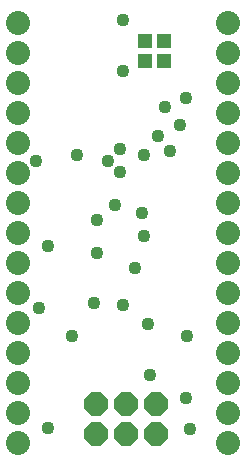
<source format=gbs>
G75*
%MOIN*%
%OFA0B0*%
%FSLAX24Y24*%
%IPPOS*%
%LPD*%
%AMOC8*
5,1,8,0,0,1.08239X$1,22.5*
%
%ADD10C,0.0800*%
%ADD11OC8,0.0800*%
%ADD12R,0.0454X0.0493*%
%ADD13C,0.0436*%
D10*
X001550Y001250D03*
X001550Y002250D03*
X001550Y003250D03*
X001550Y004250D03*
X001550Y005250D03*
X001550Y006250D03*
X001550Y007250D03*
X001550Y008250D03*
X001550Y009250D03*
X001550Y010250D03*
X001550Y011250D03*
X001550Y012250D03*
X001550Y013250D03*
X001550Y014250D03*
X001550Y015250D03*
X008550Y015250D03*
X008550Y014250D03*
X008550Y013250D03*
X008550Y012250D03*
X008550Y011250D03*
X008550Y010250D03*
X008550Y009250D03*
X008550Y008250D03*
X008550Y007250D03*
X008550Y006250D03*
X008550Y005250D03*
X008550Y004250D03*
X008550Y003250D03*
X008550Y002250D03*
X008550Y001250D03*
D11*
X006150Y001550D03*
X006150Y002550D03*
X005150Y002550D03*
X005150Y001550D03*
X004150Y001550D03*
X004150Y002550D03*
D12*
X005784Y013965D03*
X005784Y014635D03*
X006414Y014635D03*
X006414Y013965D03*
D13*
X007150Y012750D03*
X006450Y012450D03*
X006950Y011850D03*
X006210Y011480D03*
X006610Y010990D03*
X005750Y010850D03*
X004950Y011050D03*
X004550Y010640D03*
X004960Y010270D03*
X004790Y009180D03*
X004190Y008680D03*
X004190Y007580D03*
X005470Y007070D03*
X005750Y008150D03*
X005700Y008910D03*
X003530Y010850D03*
X002150Y010650D03*
X002540Y007800D03*
X004090Y005900D03*
X003371Y004822D03*
X002250Y005750D03*
X005040Y005850D03*
X005890Y005210D03*
X007190Y004811D03*
X005971Y003522D03*
X007150Y002750D03*
X007304Y001704D03*
X002550Y001750D03*
X005050Y013650D03*
X005050Y015350D03*
M02*

</source>
